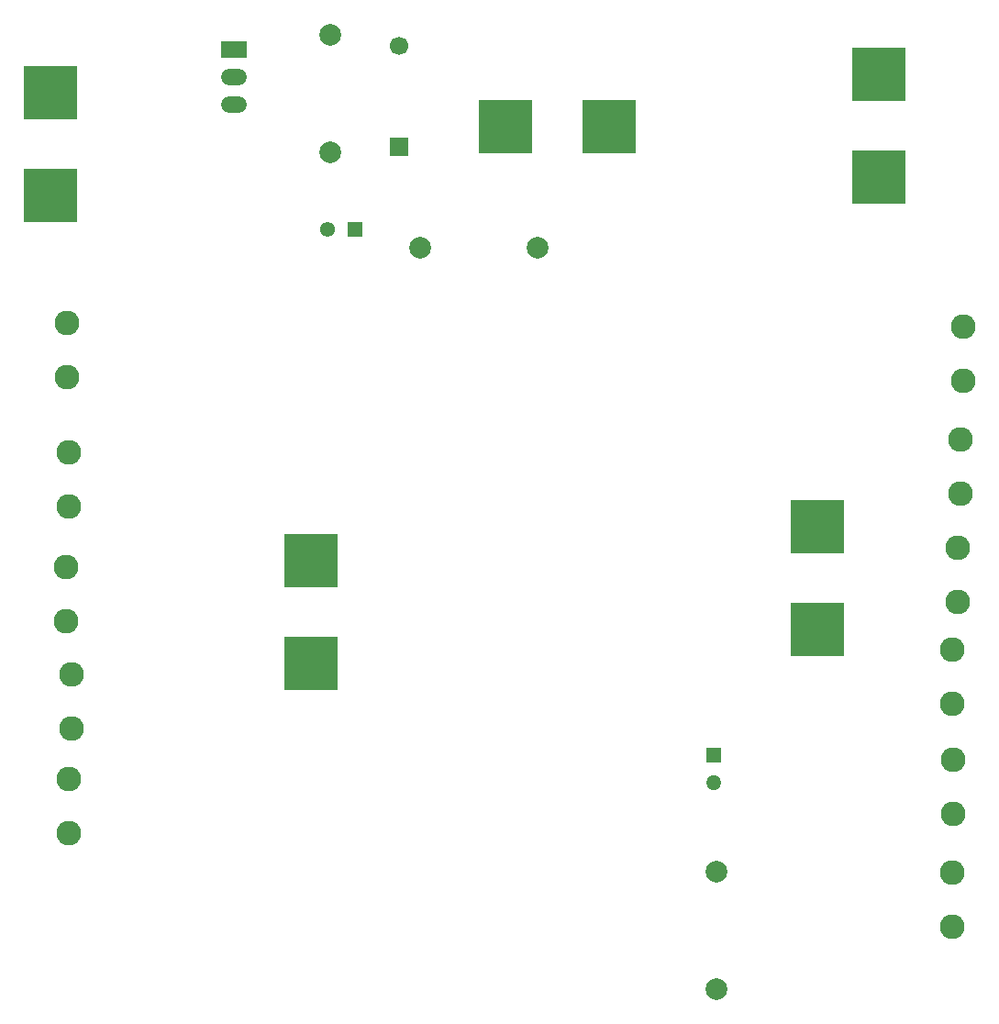
<source format=gbl>
G04*
G04 #@! TF.GenerationSoftware,Altium Limited,Altium Designer,24.2.2 (26)*
G04*
G04 Layer_Physical_Order=2*
G04 Layer_Color=16711680*
%FSLAX44Y44*%
%MOMM*%
G71*
G04*
G04 #@! TF.SameCoordinates,7C6F70DD-8240-47E6-B7E4-941F69E807E0*
G04*
G04*
G04 #@! TF.FilePolarity,Positive*
G04*
G01*
G75*
%ADD28C,2.2860*%
%ADD29R,5.0000X5.0000*%
%ADD30R,1.4000X1.3580*%
%ADD31O,1.3580X1.4000*%
%ADD32C,2.0000*%
%ADD33R,2.4000X1.5000*%
%ADD34O,2.4000X1.5000*%
%ADD35R,1.7000X1.7000*%
%ADD36C,1.7000*%
%ADD37R,5.0000X5.0000*%
%ADD38R,1.3580X1.4000*%
%ADD39O,1.4000X1.3580*%
D28*
X1155700Y387750D02*
D03*
Y437750D02*
D03*
X1156970Y491890D02*
D03*
Y541890D02*
D03*
X1155700Y593490D02*
D03*
Y643490D02*
D03*
X1165860Y941940D02*
D03*
Y891940D02*
D03*
X1160780Y737470D02*
D03*
Y687470D02*
D03*
X1163320Y837800D02*
D03*
Y787800D02*
D03*
X340360Y524110D02*
D03*
Y474110D02*
D03*
X342900Y620630D02*
D03*
Y570630D02*
D03*
X337820Y719690D02*
D03*
Y669690D02*
D03*
X339090Y944880D02*
D03*
Y894880D02*
D03*
X340360Y825500D02*
D03*
Y775500D02*
D03*
D29*
X1031240Y662430D02*
D03*
Y757430D02*
D03*
X1088390Y1174500D02*
D03*
Y1079500D02*
D03*
X323850Y1157480D02*
D03*
Y1062480D02*
D03*
X563880Y630680D02*
D03*
Y725680D02*
D03*
D30*
X604520Y1031240D02*
D03*
D31*
X579120D02*
D03*
D32*
X664770Y1014730D02*
D03*
X772870D02*
D03*
X581660Y1211020D02*
D03*
Y1102920D02*
D03*
X938530Y330760D02*
D03*
Y438860D02*
D03*
D33*
X492760Y1197610D02*
D03*
D34*
Y1172210D02*
D03*
Y1146810D02*
D03*
D35*
X645160Y1108030D02*
D03*
D36*
Y1200830D02*
D03*
D37*
X743710Y1126490D02*
D03*
X838710D02*
D03*
D38*
X935990Y546100D02*
D03*
D39*
Y520700D02*
D03*
M02*

</source>
